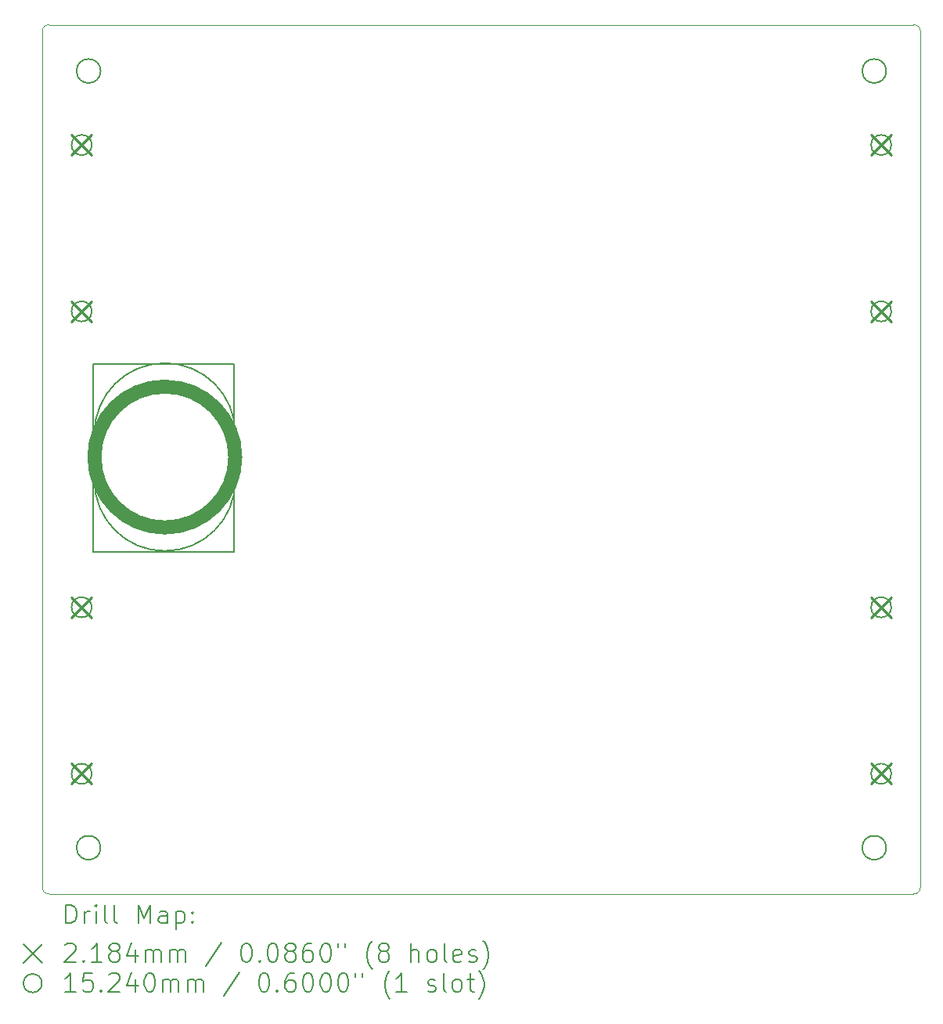
<source format=gbr>
%TF.GenerationSoftware,KiCad,Pcbnew,7.0.6*%
%TF.CreationDate,2023-08-12T11:28:30-04:00*%
%TF.ProjectId,jerrysbottom,6a657272-7973-4626-9f74-746f6d2e6b69,rev?*%
%TF.SameCoordinates,Original*%
%TF.FileFunction,Drillmap*%
%TF.FilePolarity,Positive*%
%FSLAX45Y45*%
G04 Gerber Fmt 4.5, Leading zero omitted, Abs format (unit mm)*
G04 Created by KiCad (PCBNEW 7.0.6) date 2023-08-12 11:28:30*
%MOMM*%
%LPD*%
G01*
G04 APERTURE LIST*
%ADD10C,0.200000*%
%ADD11C,0.100000*%
%ADD12C,0.218440*%
%ADD13C,1.524000*%
G04 APERTURE END LIST*
D10*
X3034220Y-8300000D02*
G75*
G03*
X3034220Y-8300000I-109220J0D01*
G01*
D11*
X11925000Y-7000000D02*
X2575000Y-7000000D01*
D10*
X3130000Y-15900000D02*
G75*
G03*
X3130000Y-15900000I-130000J0D01*
G01*
D11*
X2575000Y-7000000D02*
G75*
G03*
X2500000Y-7075000I-6030J-68970D01*
G01*
D10*
X3034220Y-13300000D02*
G75*
G03*
X3034220Y-13300000I-109220J0D01*
G01*
D11*
X2575000Y-16400000D02*
X11925000Y-16400000D01*
D10*
X11630000Y-7500000D02*
G75*
G03*
X11630000Y-7500000I-130000J0D01*
G01*
X3130000Y-7500000D02*
G75*
G03*
X3130000Y-7500000I-130000J0D01*
G01*
X11684220Y-8300000D02*
G75*
G03*
X11684220Y-8300000I-109220J0D01*
G01*
X3034220Y-15100000D02*
G75*
G03*
X3034220Y-15100000I-109220J0D01*
G01*
D11*
X2500000Y-7075000D02*
X2500000Y-16325000D01*
D10*
X3048000Y-10668000D02*
X4572000Y-10668000D01*
X4572000Y-12700000D01*
X3048000Y-12700000D01*
X3048000Y-10668000D01*
D11*
X11925000Y-16400000D02*
G75*
G03*
X12000000Y-16325000I6030J68970D01*
G01*
D10*
X11630000Y-15900000D02*
G75*
G03*
X11630000Y-15900000I-130000J0D01*
G01*
X3034220Y-10100000D02*
G75*
G03*
X3034220Y-10100000I-109220J0D01*
G01*
D11*
X12000000Y-7075000D02*
G75*
G03*
X11925000Y-7000000I-68970J6030D01*
G01*
X12000000Y-16325000D02*
X12000000Y-7075000D01*
X2500000Y-16325000D02*
G75*
G03*
X2575000Y-16400000I68970J-6030D01*
G01*
D10*
X11684220Y-15100000D02*
G75*
G03*
X11684220Y-15100000I-109220J0D01*
G01*
X11684220Y-10100000D02*
G75*
G03*
X11684220Y-10100000I-109220J0D01*
G01*
X11684220Y-13300000D02*
G75*
G03*
X11684220Y-13300000I-109220J0D01*
G01*
D12*
X2815780Y-8190780D02*
X3034220Y-8409220D01*
X3034220Y-8190780D02*
X2815780Y-8409220D01*
X2815780Y-9990780D02*
X3034220Y-10209220D01*
X3034220Y-9990780D02*
X2815780Y-10209220D01*
X2815780Y-13190780D02*
X3034220Y-13409220D01*
X3034220Y-13190780D02*
X2815780Y-13409220D01*
X2815780Y-14990780D02*
X3034220Y-15209220D01*
X3034220Y-14990780D02*
X2815780Y-15209220D01*
X11465780Y-8190780D02*
X11684220Y-8409220D01*
X11684220Y-8190780D02*
X11465780Y-8409220D01*
X11465780Y-9990780D02*
X11684220Y-10209220D01*
X11684220Y-9990780D02*
X11465780Y-10209220D01*
X11465780Y-13190780D02*
X11684220Y-13409220D01*
X11684220Y-13190780D02*
X11465780Y-13409220D01*
X11465780Y-14990780D02*
X11684220Y-15209220D01*
X11684220Y-14990780D02*
X11465780Y-15209220D01*
D13*
X4587000Y-11675000D02*
G75*
G03*
X4587000Y-11675000I-762000J0D01*
G01*
D10*
X3063000Y-11421000D02*
X3063000Y-11929000D01*
X3063000Y-11929000D02*
G75*
G03*
X4587000Y-11929000I762000J0D01*
G01*
X4587000Y-11929000D02*
X4587000Y-11421000D01*
X4587000Y-11421000D02*
G75*
G03*
X3063000Y-11421000I-762000J0D01*
G01*
X2755514Y-16716747D02*
X2755514Y-16516747D01*
X2755514Y-16516747D02*
X2803133Y-16516747D01*
X2803133Y-16516747D02*
X2831704Y-16526271D01*
X2831704Y-16526271D02*
X2850752Y-16545318D01*
X2850752Y-16545318D02*
X2860276Y-16564366D01*
X2860276Y-16564366D02*
X2869799Y-16602461D01*
X2869799Y-16602461D02*
X2869799Y-16631033D01*
X2869799Y-16631033D02*
X2860276Y-16669128D01*
X2860276Y-16669128D02*
X2850752Y-16688175D01*
X2850752Y-16688175D02*
X2831704Y-16707223D01*
X2831704Y-16707223D02*
X2803133Y-16716747D01*
X2803133Y-16716747D02*
X2755514Y-16716747D01*
X2955514Y-16716747D02*
X2955514Y-16583413D01*
X2955514Y-16621509D02*
X2965037Y-16602461D01*
X2965037Y-16602461D02*
X2974561Y-16592937D01*
X2974561Y-16592937D02*
X2993609Y-16583413D01*
X2993609Y-16583413D02*
X3012657Y-16583413D01*
X3079323Y-16716747D02*
X3079323Y-16583413D01*
X3079323Y-16516747D02*
X3069799Y-16526271D01*
X3069799Y-16526271D02*
X3079323Y-16535794D01*
X3079323Y-16535794D02*
X3088847Y-16526271D01*
X3088847Y-16526271D02*
X3079323Y-16516747D01*
X3079323Y-16516747D02*
X3079323Y-16535794D01*
X3203133Y-16716747D02*
X3184085Y-16707223D01*
X3184085Y-16707223D02*
X3174561Y-16688175D01*
X3174561Y-16688175D02*
X3174561Y-16516747D01*
X3307895Y-16716747D02*
X3288847Y-16707223D01*
X3288847Y-16707223D02*
X3279323Y-16688175D01*
X3279323Y-16688175D02*
X3279323Y-16516747D01*
X3536466Y-16716747D02*
X3536466Y-16516747D01*
X3536466Y-16516747D02*
X3603133Y-16659604D01*
X3603133Y-16659604D02*
X3669799Y-16516747D01*
X3669799Y-16516747D02*
X3669799Y-16716747D01*
X3850752Y-16716747D02*
X3850752Y-16611985D01*
X3850752Y-16611985D02*
X3841228Y-16592937D01*
X3841228Y-16592937D02*
X3822180Y-16583413D01*
X3822180Y-16583413D02*
X3784085Y-16583413D01*
X3784085Y-16583413D02*
X3765037Y-16592937D01*
X3850752Y-16707223D02*
X3831704Y-16716747D01*
X3831704Y-16716747D02*
X3784085Y-16716747D01*
X3784085Y-16716747D02*
X3765037Y-16707223D01*
X3765037Y-16707223D02*
X3755514Y-16688175D01*
X3755514Y-16688175D02*
X3755514Y-16669128D01*
X3755514Y-16669128D02*
X3765037Y-16650080D01*
X3765037Y-16650080D02*
X3784085Y-16640556D01*
X3784085Y-16640556D02*
X3831704Y-16640556D01*
X3831704Y-16640556D02*
X3850752Y-16631033D01*
X3945990Y-16583413D02*
X3945990Y-16783414D01*
X3945990Y-16592937D02*
X3965037Y-16583413D01*
X3965037Y-16583413D02*
X4003133Y-16583413D01*
X4003133Y-16583413D02*
X4022180Y-16592937D01*
X4022180Y-16592937D02*
X4031704Y-16602461D01*
X4031704Y-16602461D02*
X4041228Y-16621509D01*
X4041228Y-16621509D02*
X4041228Y-16678652D01*
X4041228Y-16678652D02*
X4031704Y-16697699D01*
X4031704Y-16697699D02*
X4022180Y-16707223D01*
X4022180Y-16707223D02*
X4003133Y-16716747D01*
X4003133Y-16716747D02*
X3965037Y-16716747D01*
X3965037Y-16716747D02*
X3945990Y-16707223D01*
X4126942Y-16697699D02*
X4136466Y-16707223D01*
X4136466Y-16707223D02*
X4126942Y-16716747D01*
X4126942Y-16716747D02*
X4117418Y-16707223D01*
X4117418Y-16707223D02*
X4126942Y-16697699D01*
X4126942Y-16697699D02*
X4126942Y-16716747D01*
X4126942Y-16592937D02*
X4136466Y-16602461D01*
X4136466Y-16602461D02*
X4126942Y-16611985D01*
X4126942Y-16611985D02*
X4117418Y-16602461D01*
X4117418Y-16602461D02*
X4126942Y-16592937D01*
X4126942Y-16592937D02*
X4126942Y-16611985D01*
X2294737Y-16945263D02*
X2494737Y-17145263D01*
X2494737Y-16945263D02*
X2294737Y-17145263D01*
X2745990Y-16955795D02*
X2755514Y-16946271D01*
X2755514Y-16946271D02*
X2774561Y-16936747D01*
X2774561Y-16936747D02*
X2822180Y-16936747D01*
X2822180Y-16936747D02*
X2841228Y-16946271D01*
X2841228Y-16946271D02*
X2850752Y-16955795D01*
X2850752Y-16955795D02*
X2860276Y-16974842D01*
X2860276Y-16974842D02*
X2860276Y-16993890D01*
X2860276Y-16993890D02*
X2850752Y-17022461D01*
X2850752Y-17022461D02*
X2736466Y-17136747D01*
X2736466Y-17136747D02*
X2860276Y-17136747D01*
X2945990Y-17117699D02*
X2955514Y-17127223D01*
X2955514Y-17127223D02*
X2945990Y-17136747D01*
X2945990Y-17136747D02*
X2936466Y-17127223D01*
X2936466Y-17127223D02*
X2945990Y-17117699D01*
X2945990Y-17117699D02*
X2945990Y-17136747D01*
X3145990Y-17136747D02*
X3031704Y-17136747D01*
X3088847Y-17136747D02*
X3088847Y-16936747D01*
X3088847Y-16936747D02*
X3069799Y-16965318D01*
X3069799Y-16965318D02*
X3050752Y-16984366D01*
X3050752Y-16984366D02*
X3031704Y-16993890D01*
X3260276Y-17022461D02*
X3241228Y-17012937D01*
X3241228Y-17012937D02*
X3231704Y-17003414D01*
X3231704Y-17003414D02*
X3222180Y-16984366D01*
X3222180Y-16984366D02*
X3222180Y-16974842D01*
X3222180Y-16974842D02*
X3231704Y-16955795D01*
X3231704Y-16955795D02*
X3241228Y-16946271D01*
X3241228Y-16946271D02*
X3260276Y-16936747D01*
X3260276Y-16936747D02*
X3298371Y-16936747D01*
X3298371Y-16936747D02*
X3317418Y-16946271D01*
X3317418Y-16946271D02*
X3326942Y-16955795D01*
X3326942Y-16955795D02*
X3336466Y-16974842D01*
X3336466Y-16974842D02*
X3336466Y-16984366D01*
X3336466Y-16984366D02*
X3326942Y-17003414D01*
X3326942Y-17003414D02*
X3317418Y-17012937D01*
X3317418Y-17012937D02*
X3298371Y-17022461D01*
X3298371Y-17022461D02*
X3260276Y-17022461D01*
X3260276Y-17022461D02*
X3241228Y-17031985D01*
X3241228Y-17031985D02*
X3231704Y-17041509D01*
X3231704Y-17041509D02*
X3222180Y-17060556D01*
X3222180Y-17060556D02*
X3222180Y-17098652D01*
X3222180Y-17098652D02*
X3231704Y-17117699D01*
X3231704Y-17117699D02*
X3241228Y-17127223D01*
X3241228Y-17127223D02*
X3260276Y-17136747D01*
X3260276Y-17136747D02*
X3298371Y-17136747D01*
X3298371Y-17136747D02*
X3317418Y-17127223D01*
X3317418Y-17127223D02*
X3326942Y-17117699D01*
X3326942Y-17117699D02*
X3336466Y-17098652D01*
X3336466Y-17098652D02*
X3336466Y-17060556D01*
X3336466Y-17060556D02*
X3326942Y-17041509D01*
X3326942Y-17041509D02*
X3317418Y-17031985D01*
X3317418Y-17031985D02*
X3298371Y-17022461D01*
X3507895Y-17003414D02*
X3507895Y-17136747D01*
X3460276Y-16927223D02*
X3412657Y-17070080D01*
X3412657Y-17070080D02*
X3536466Y-17070080D01*
X3612657Y-17136747D02*
X3612657Y-17003414D01*
X3612657Y-17022461D02*
X3622180Y-17012937D01*
X3622180Y-17012937D02*
X3641228Y-17003414D01*
X3641228Y-17003414D02*
X3669799Y-17003414D01*
X3669799Y-17003414D02*
X3688847Y-17012937D01*
X3688847Y-17012937D02*
X3698371Y-17031985D01*
X3698371Y-17031985D02*
X3698371Y-17136747D01*
X3698371Y-17031985D02*
X3707895Y-17012937D01*
X3707895Y-17012937D02*
X3726942Y-17003414D01*
X3726942Y-17003414D02*
X3755514Y-17003414D01*
X3755514Y-17003414D02*
X3774561Y-17012937D01*
X3774561Y-17012937D02*
X3784085Y-17031985D01*
X3784085Y-17031985D02*
X3784085Y-17136747D01*
X3879323Y-17136747D02*
X3879323Y-17003414D01*
X3879323Y-17022461D02*
X3888847Y-17012937D01*
X3888847Y-17012937D02*
X3907895Y-17003414D01*
X3907895Y-17003414D02*
X3936466Y-17003414D01*
X3936466Y-17003414D02*
X3955514Y-17012937D01*
X3955514Y-17012937D02*
X3965038Y-17031985D01*
X3965038Y-17031985D02*
X3965038Y-17136747D01*
X3965038Y-17031985D02*
X3974561Y-17012937D01*
X3974561Y-17012937D02*
X3993609Y-17003414D01*
X3993609Y-17003414D02*
X4022180Y-17003414D01*
X4022180Y-17003414D02*
X4041228Y-17012937D01*
X4041228Y-17012937D02*
X4050752Y-17031985D01*
X4050752Y-17031985D02*
X4050752Y-17136747D01*
X4441228Y-16927223D02*
X4269800Y-17184366D01*
X4698371Y-16936747D02*
X4717419Y-16936747D01*
X4717419Y-16936747D02*
X4736466Y-16946271D01*
X4736466Y-16946271D02*
X4745990Y-16955795D01*
X4745990Y-16955795D02*
X4755514Y-16974842D01*
X4755514Y-16974842D02*
X4765038Y-17012937D01*
X4765038Y-17012937D02*
X4765038Y-17060556D01*
X4765038Y-17060556D02*
X4755514Y-17098652D01*
X4755514Y-17098652D02*
X4745990Y-17117699D01*
X4745990Y-17117699D02*
X4736466Y-17127223D01*
X4736466Y-17127223D02*
X4717419Y-17136747D01*
X4717419Y-17136747D02*
X4698371Y-17136747D01*
X4698371Y-17136747D02*
X4679323Y-17127223D01*
X4679323Y-17127223D02*
X4669800Y-17117699D01*
X4669800Y-17117699D02*
X4660276Y-17098652D01*
X4660276Y-17098652D02*
X4650752Y-17060556D01*
X4650752Y-17060556D02*
X4650752Y-17012937D01*
X4650752Y-17012937D02*
X4660276Y-16974842D01*
X4660276Y-16974842D02*
X4669800Y-16955795D01*
X4669800Y-16955795D02*
X4679323Y-16946271D01*
X4679323Y-16946271D02*
X4698371Y-16936747D01*
X4850752Y-17117699D02*
X4860276Y-17127223D01*
X4860276Y-17127223D02*
X4850752Y-17136747D01*
X4850752Y-17136747D02*
X4841228Y-17127223D01*
X4841228Y-17127223D02*
X4850752Y-17117699D01*
X4850752Y-17117699D02*
X4850752Y-17136747D01*
X4984085Y-16936747D02*
X5003133Y-16936747D01*
X5003133Y-16936747D02*
X5022181Y-16946271D01*
X5022181Y-16946271D02*
X5031704Y-16955795D01*
X5031704Y-16955795D02*
X5041228Y-16974842D01*
X5041228Y-16974842D02*
X5050752Y-17012937D01*
X5050752Y-17012937D02*
X5050752Y-17060556D01*
X5050752Y-17060556D02*
X5041228Y-17098652D01*
X5041228Y-17098652D02*
X5031704Y-17117699D01*
X5031704Y-17117699D02*
X5022181Y-17127223D01*
X5022181Y-17127223D02*
X5003133Y-17136747D01*
X5003133Y-17136747D02*
X4984085Y-17136747D01*
X4984085Y-17136747D02*
X4965038Y-17127223D01*
X4965038Y-17127223D02*
X4955514Y-17117699D01*
X4955514Y-17117699D02*
X4945990Y-17098652D01*
X4945990Y-17098652D02*
X4936466Y-17060556D01*
X4936466Y-17060556D02*
X4936466Y-17012937D01*
X4936466Y-17012937D02*
X4945990Y-16974842D01*
X4945990Y-16974842D02*
X4955514Y-16955795D01*
X4955514Y-16955795D02*
X4965038Y-16946271D01*
X4965038Y-16946271D02*
X4984085Y-16936747D01*
X5165038Y-17022461D02*
X5145990Y-17012937D01*
X5145990Y-17012937D02*
X5136466Y-17003414D01*
X5136466Y-17003414D02*
X5126943Y-16984366D01*
X5126943Y-16984366D02*
X5126943Y-16974842D01*
X5126943Y-16974842D02*
X5136466Y-16955795D01*
X5136466Y-16955795D02*
X5145990Y-16946271D01*
X5145990Y-16946271D02*
X5165038Y-16936747D01*
X5165038Y-16936747D02*
X5203133Y-16936747D01*
X5203133Y-16936747D02*
X5222181Y-16946271D01*
X5222181Y-16946271D02*
X5231704Y-16955795D01*
X5231704Y-16955795D02*
X5241228Y-16974842D01*
X5241228Y-16974842D02*
X5241228Y-16984366D01*
X5241228Y-16984366D02*
X5231704Y-17003414D01*
X5231704Y-17003414D02*
X5222181Y-17012937D01*
X5222181Y-17012937D02*
X5203133Y-17022461D01*
X5203133Y-17022461D02*
X5165038Y-17022461D01*
X5165038Y-17022461D02*
X5145990Y-17031985D01*
X5145990Y-17031985D02*
X5136466Y-17041509D01*
X5136466Y-17041509D02*
X5126943Y-17060556D01*
X5126943Y-17060556D02*
X5126943Y-17098652D01*
X5126943Y-17098652D02*
X5136466Y-17117699D01*
X5136466Y-17117699D02*
X5145990Y-17127223D01*
X5145990Y-17127223D02*
X5165038Y-17136747D01*
X5165038Y-17136747D02*
X5203133Y-17136747D01*
X5203133Y-17136747D02*
X5222181Y-17127223D01*
X5222181Y-17127223D02*
X5231704Y-17117699D01*
X5231704Y-17117699D02*
X5241228Y-17098652D01*
X5241228Y-17098652D02*
X5241228Y-17060556D01*
X5241228Y-17060556D02*
X5231704Y-17041509D01*
X5231704Y-17041509D02*
X5222181Y-17031985D01*
X5222181Y-17031985D02*
X5203133Y-17022461D01*
X5412657Y-16936747D02*
X5374562Y-16936747D01*
X5374562Y-16936747D02*
X5355514Y-16946271D01*
X5355514Y-16946271D02*
X5345990Y-16955795D01*
X5345990Y-16955795D02*
X5326943Y-16984366D01*
X5326943Y-16984366D02*
X5317419Y-17022461D01*
X5317419Y-17022461D02*
X5317419Y-17098652D01*
X5317419Y-17098652D02*
X5326943Y-17117699D01*
X5326943Y-17117699D02*
X5336466Y-17127223D01*
X5336466Y-17127223D02*
X5355514Y-17136747D01*
X5355514Y-17136747D02*
X5393609Y-17136747D01*
X5393609Y-17136747D02*
X5412657Y-17127223D01*
X5412657Y-17127223D02*
X5422181Y-17117699D01*
X5422181Y-17117699D02*
X5431704Y-17098652D01*
X5431704Y-17098652D02*
X5431704Y-17051033D01*
X5431704Y-17051033D02*
X5422181Y-17031985D01*
X5422181Y-17031985D02*
X5412657Y-17022461D01*
X5412657Y-17022461D02*
X5393609Y-17012937D01*
X5393609Y-17012937D02*
X5355514Y-17012937D01*
X5355514Y-17012937D02*
X5336466Y-17022461D01*
X5336466Y-17022461D02*
X5326943Y-17031985D01*
X5326943Y-17031985D02*
X5317419Y-17051033D01*
X5555514Y-16936747D02*
X5574562Y-16936747D01*
X5574562Y-16936747D02*
X5593609Y-16946271D01*
X5593609Y-16946271D02*
X5603133Y-16955795D01*
X5603133Y-16955795D02*
X5612657Y-16974842D01*
X5612657Y-16974842D02*
X5622181Y-17012937D01*
X5622181Y-17012937D02*
X5622181Y-17060556D01*
X5622181Y-17060556D02*
X5612657Y-17098652D01*
X5612657Y-17098652D02*
X5603133Y-17117699D01*
X5603133Y-17117699D02*
X5593609Y-17127223D01*
X5593609Y-17127223D02*
X5574562Y-17136747D01*
X5574562Y-17136747D02*
X5555514Y-17136747D01*
X5555514Y-17136747D02*
X5536466Y-17127223D01*
X5536466Y-17127223D02*
X5526943Y-17117699D01*
X5526943Y-17117699D02*
X5517419Y-17098652D01*
X5517419Y-17098652D02*
X5507895Y-17060556D01*
X5507895Y-17060556D02*
X5507895Y-17012937D01*
X5507895Y-17012937D02*
X5517419Y-16974842D01*
X5517419Y-16974842D02*
X5526943Y-16955795D01*
X5526943Y-16955795D02*
X5536466Y-16946271D01*
X5536466Y-16946271D02*
X5555514Y-16936747D01*
X5698371Y-16936747D02*
X5698371Y-16974842D01*
X5774562Y-16936747D02*
X5774562Y-16974842D01*
X6069800Y-17212937D02*
X6060276Y-17203414D01*
X6060276Y-17203414D02*
X6041228Y-17174842D01*
X6041228Y-17174842D02*
X6031704Y-17155795D01*
X6031704Y-17155795D02*
X6022181Y-17127223D01*
X6022181Y-17127223D02*
X6012657Y-17079604D01*
X6012657Y-17079604D02*
X6012657Y-17041509D01*
X6012657Y-17041509D02*
X6022181Y-16993890D01*
X6022181Y-16993890D02*
X6031704Y-16965318D01*
X6031704Y-16965318D02*
X6041228Y-16946271D01*
X6041228Y-16946271D02*
X6060276Y-16917699D01*
X6060276Y-16917699D02*
X6069800Y-16908175D01*
X6174562Y-17022461D02*
X6155514Y-17012937D01*
X6155514Y-17012937D02*
X6145990Y-17003414D01*
X6145990Y-17003414D02*
X6136466Y-16984366D01*
X6136466Y-16984366D02*
X6136466Y-16974842D01*
X6136466Y-16974842D02*
X6145990Y-16955795D01*
X6145990Y-16955795D02*
X6155514Y-16946271D01*
X6155514Y-16946271D02*
X6174562Y-16936747D01*
X6174562Y-16936747D02*
X6212657Y-16936747D01*
X6212657Y-16936747D02*
X6231704Y-16946271D01*
X6231704Y-16946271D02*
X6241228Y-16955795D01*
X6241228Y-16955795D02*
X6250752Y-16974842D01*
X6250752Y-16974842D02*
X6250752Y-16984366D01*
X6250752Y-16984366D02*
X6241228Y-17003414D01*
X6241228Y-17003414D02*
X6231704Y-17012937D01*
X6231704Y-17012937D02*
X6212657Y-17022461D01*
X6212657Y-17022461D02*
X6174562Y-17022461D01*
X6174562Y-17022461D02*
X6155514Y-17031985D01*
X6155514Y-17031985D02*
X6145990Y-17041509D01*
X6145990Y-17041509D02*
X6136466Y-17060556D01*
X6136466Y-17060556D02*
X6136466Y-17098652D01*
X6136466Y-17098652D02*
X6145990Y-17117699D01*
X6145990Y-17117699D02*
X6155514Y-17127223D01*
X6155514Y-17127223D02*
X6174562Y-17136747D01*
X6174562Y-17136747D02*
X6212657Y-17136747D01*
X6212657Y-17136747D02*
X6231704Y-17127223D01*
X6231704Y-17127223D02*
X6241228Y-17117699D01*
X6241228Y-17117699D02*
X6250752Y-17098652D01*
X6250752Y-17098652D02*
X6250752Y-17060556D01*
X6250752Y-17060556D02*
X6241228Y-17041509D01*
X6241228Y-17041509D02*
X6231704Y-17031985D01*
X6231704Y-17031985D02*
X6212657Y-17022461D01*
X6488847Y-17136747D02*
X6488847Y-16936747D01*
X6574562Y-17136747D02*
X6574562Y-17031985D01*
X6574562Y-17031985D02*
X6565038Y-17012937D01*
X6565038Y-17012937D02*
X6545990Y-17003414D01*
X6545990Y-17003414D02*
X6517419Y-17003414D01*
X6517419Y-17003414D02*
X6498371Y-17012937D01*
X6498371Y-17012937D02*
X6488847Y-17022461D01*
X6698371Y-17136747D02*
X6679324Y-17127223D01*
X6679324Y-17127223D02*
X6669800Y-17117699D01*
X6669800Y-17117699D02*
X6660276Y-17098652D01*
X6660276Y-17098652D02*
X6660276Y-17041509D01*
X6660276Y-17041509D02*
X6669800Y-17022461D01*
X6669800Y-17022461D02*
X6679324Y-17012937D01*
X6679324Y-17012937D02*
X6698371Y-17003414D01*
X6698371Y-17003414D02*
X6726943Y-17003414D01*
X6726943Y-17003414D02*
X6745990Y-17012937D01*
X6745990Y-17012937D02*
X6755514Y-17022461D01*
X6755514Y-17022461D02*
X6765038Y-17041509D01*
X6765038Y-17041509D02*
X6765038Y-17098652D01*
X6765038Y-17098652D02*
X6755514Y-17117699D01*
X6755514Y-17117699D02*
X6745990Y-17127223D01*
X6745990Y-17127223D02*
X6726943Y-17136747D01*
X6726943Y-17136747D02*
X6698371Y-17136747D01*
X6879324Y-17136747D02*
X6860276Y-17127223D01*
X6860276Y-17127223D02*
X6850752Y-17108175D01*
X6850752Y-17108175D02*
X6850752Y-16936747D01*
X7031705Y-17127223D02*
X7012657Y-17136747D01*
X7012657Y-17136747D02*
X6974562Y-17136747D01*
X6974562Y-17136747D02*
X6955514Y-17127223D01*
X6955514Y-17127223D02*
X6945990Y-17108175D01*
X6945990Y-17108175D02*
X6945990Y-17031985D01*
X6945990Y-17031985D02*
X6955514Y-17012937D01*
X6955514Y-17012937D02*
X6974562Y-17003414D01*
X6974562Y-17003414D02*
X7012657Y-17003414D01*
X7012657Y-17003414D02*
X7031705Y-17012937D01*
X7031705Y-17012937D02*
X7041228Y-17031985D01*
X7041228Y-17031985D02*
X7041228Y-17051033D01*
X7041228Y-17051033D02*
X6945990Y-17070080D01*
X7117419Y-17127223D02*
X7136466Y-17136747D01*
X7136466Y-17136747D02*
X7174562Y-17136747D01*
X7174562Y-17136747D02*
X7193609Y-17127223D01*
X7193609Y-17127223D02*
X7203133Y-17108175D01*
X7203133Y-17108175D02*
X7203133Y-17098652D01*
X7203133Y-17098652D02*
X7193609Y-17079604D01*
X7193609Y-17079604D02*
X7174562Y-17070080D01*
X7174562Y-17070080D02*
X7145990Y-17070080D01*
X7145990Y-17070080D02*
X7126943Y-17060556D01*
X7126943Y-17060556D02*
X7117419Y-17041509D01*
X7117419Y-17041509D02*
X7117419Y-17031985D01*
X7117419Y-17031985D02*
X7126943Y-17012937D01*
X7126943Y-17012937D02*
X7145990Y-17003414D01*
X7145990Y-17003414D02*
X7174562Y-17003414D01*
X7174562Y-17003414D02*
X7193609Y-17012937D01*
X7269800Y-17212937D02*
X7279324Y-17203414D01*
X7279324Y-17203414D02*
X7298371Y-17174842D01*
X7298371Y-17174842D02*
X7307895Y-17155795D01*
X7307895Y-17155795D02*
X7317419Y-17127223D01*
X7317419Y-17127223D02*
X7326943Y-17079604D01*
X7326943Y-17079604D02*
X7326943Y-17041509D01*
X7326943Y-17041509D02*
X7317419Y-16993890D01*
X7317419Y-16993890D02*
X7307895Y-16965318D01*
X7307895Y-16965318D02*
X7298371Y-16946271D01*
X7298371Y-16946271D02*
X7279324Y-16917699D01*
X7279324Y-16917699D02*
X7269800Y-16908175D01*
X2494737Y-17365263D02*
G75*
G03*
X2494737Y-17365263I-100000J0D01*
G01*
X2860276Y-17456747D02*
X2745990Y-17456747D01*
X2803133Y-17456747D02*
X2803133Y-17256747D01*
X2803133Y-17256747D02*
X2784085Y-17285318D01*
X2784085Y-17285318D02*
X2765038Y-17304366D01*
X2765038Y-17304366D02*
X2745990Y-17313890D01*
X3041228Y-17256747D02*
X2945990Y-17256747D01*
X2945990Y-17256747D02*
X2936466Y-17351985D01*
X2936466Y-17351985D02*
X2945990Y-17342461D01*
X2945990Y-17342461D02*
X2965037Y-17332937D01*
X2965037Y-17332937D02*
X3012657Y-17332937D01*
X3012657Y-17332937D02*
X3031704Y-17342461D01*
X3031704Y-17342461D02*
X3041228Y-17351985D01*
X3041228Y-17351985D02*
X3050752Y-17371033D01*
X3050752Y-17371033D02*
X3050752Y-17418652D01*
X3050752Y-17418652D02*
X3041228Y-17437699D01*
X3041228Y-17437699D02*
X3031704Y-17447223D01*
X3031704Y-17447223D02*
X3012657Y-17456747D01*
X3012657Y-17456747D02*
X2965037Y-17456747D01*
X2965037Y-17456747D02*
X2945990Y-17447223D01*
X2945990Y-17447223D02*
X2936466Y-17437699D01*
X3136466Y-17437699D02*
X3145990Y-17447223D01*
X3145990Y-17447223D02*
X3136466Y-17456747D01*
X3136466Y-17456747D02*
X3126942Y-17447223D01*
X3126942Y-17447223D02*
X3136466Y-17437699D01*
X3136466Y-17437699D02*
X3136466Y-17456747D01*
X3222180Y-17275795D02*
X3231704Y-17266271D01*
X3231704Y-17266271D02*
X3250752Y-17256747D01*
X3250752Y-17256747D02*
X3298371Y-17256747D01*
X3298371Y-17256747D02*
X3317418Y-17266271D01*
X3317418Y-17266271D02*
X3326942Y-17275795D01*
X3326942Y-17275795D02*
X3336466Y-17294842D01*
X3336466Y-17294842D02*
X3336466Y-17313890D01*
X3336466Y-17313890D02*
X3326942Y-17342461D01*
X3326942Y-17342461D02*
X3212657Y-17456747D01*
X3212657Y-17456747D02*
X3336466Y-17456747D01*
X3507895Y-17323414D02*
X3507895Y-17456747D01*
X3460276Y-17247223D02*
X3412657Y-17390080D01*
X3412657Y-17390080D02*
X3536466Y-17390080D01*
X3650752Y-17256747D02*
X3669799Y-17256747D01*
X3669799Y-17256747D02*
X3688847Y-17266271D01*
X3688847Y-17266271D02*
X3698371Y-17275795D01*
X3698371Y-17275795D02*
X3707895Y-17294842D01*
X3707895Y-17294842D02*
X3717418Y-17332937D01*
X3717418Y-17332937D02*
X3717418Y-17380556D01*
X3717418Y-17380556D02*
X3707895Y-17418652D01*
X3707895Y-17418652D02*
X3698371Y-17437699D01*
X3698371Y-17437699D02*
X3688847Y-17447223D01*
X3688847Y-17447223D02*
X3669799Y-17456747D01*
X3669799Y-17456747D02*
X3650752Y-17456747D01*
X3650752Y-17456747D02*
X3631704Y-17447223D01*
X3631704Y-17447223D02*
X3622180Y-17437699D01*
X3622180Y-17437699D02*
X3612657Y-17418652D01*
X3612657Y-17418652D02*
X3603133Y-17380556D01*
X3603133Y-17380556D02*
X3603133Y-17332937D01*
X3603133Y-17332937D02*
X3612657Y-17294842D01*
X3612657Y-17294842D02*
X3622180Y-17275795D01*
X3622180Y-17275795D02*
X3631704Y-17266271D01*
X3631704Y-17266271D02*
X3650752Y-17256747D01*
X3803133Y-17456747D02*
X3803133Y-17323414D01*
X3803133Y-17342461D02*
X3812657Y-17332937D01*
X3812657Y-17332937D02*
X3831704Y-17323414D01*
X3831704Y-17323414D02*
X3860276Y-17323414D01*
X3860276Y-17323414D02*
X3879323Y-17332937D01*
X3879323Y-17332937D02*
X3888847Y-17351985D01*
X3888847Y-17351985D02*
X3888847Y-17456747D01*
X3888847Y-17351985D02*
X3898371Y-17332937D01*
X3898371Y-17332937D02*
X3917418Y-17323414D01*
X3917418Y-17323414D02*
X3945990Y-17323414D01*
X3945990Y-17323414D02*
X3965038Y-17332937D01*
X3965038Y-17332937D02*
X3974561Y-17351985D01*
X3974561Y-17351985D02*
X3974561Y-17456747D01*
X4069799Y-17456747D02*
X4069799Y-17323414D01*
X4069799Y-17342461D02*
X4079323Y-17332937D01*
X4079323Y-17332937D02*
X4098371Y-17323414D01*
X4098371Y-17323414D02*
X4126942Y-17323414D01*
X4126942Y-17323414D02*
X4145990Y-17332937D01*
X4145990Y-17332937D02*
X4155514Y-17351985D01*
X4155514Y-17351985D02*
X4155514Y-17456747D01*
X4155514Y-17351985D02*
X4165038Y-17332937D01*
X4165038Y-17332937D02*
X4184085Y-17323414D01*
X4184085Y-17323414D02*
X4212657Y-17323414D01*
X4212657Y-17323414D02*
X4231704Y-17332937D01*
X4231704Y-17332937D02*
X4241228Y-17351985D01*
X4241228Y-17351985D02*
X4241228Y-17456747D01*
X4631704Y-17247223D02*
X4460276Y-17504366D01*
X4888847Y-17256747D02*
X4907895Y-17256747D01*
X4907895Y-17256747D02*
X4926943Y-17266271D01*
X4926943Y-17266271D02*
X4936466Y-17275795D01*
X4936466Y-17275795D02*
X4945990Y-17294842D01*
X4945990Y-17294842D02*
X4955514Y-17332937D01*
X4955514Y-17332937D02*
X4955514Y-17380556D01*
X4955514Y-17380556D02*
X4945990Y-17418652D01*
X4945990Y-17418652D02*
X4936466Y-17437699D01*
X4936466Y-17437699D02*
X4926943Y-17447223D01*
X4926943Y-17447223D02*
X4907895Y-17456747D01*
X4907895Y-17456747D02*
X4888847Y-17456747D01*
X4888847Y-17456747D02*
X4869800Y-17447223D01*
X4869800Y-17447223D02*
X4860276Y-17437699D01*
X4860276Y-17437699D02*
X4850752Y-17418652D01*
X4850752Y-17418652D02*
X4841228Y-17380556D01*
X4841228Y-17380556D02*
X4841228Y-17332937D01*
X4841228Y-17332937D02*
X4850752Y-17294842D01*
X4850752Y-17294842D02*
X4860276Y-17275795D01*
X4860276Y-17275795D02*
X4869800Y-17266271D01*
X4869800Y-17266271D02*
X4888847Y-17256747D01*
X5041228Y-17437699D02*
X5050752Y-17447223D01*
X5050752Y-17447223D02*
X5041228Y-17456747D01*
X5041228Y-17456747D02*
X5031704Y-17447223D01*
X5031704Y-17447223D02*
X5041228Y-17437699D01*
X5041228Y-17437699D02*
X5041228Y-17456747D01*
X5222181Y-17256747D02*
X5184085Y-17256747D01*
X5184085Y-17256747D02*
X5165038Y-17266271D01*
X5165038Y-17266271D02*
X5155514Y-17275795D01*
X5155514Y-17275795D02*
X5136466Y-17304366D01*
X5136466Y-17304366D02*
X5126943Y-17342461D01*
X5126943Y-17342461D02*
X5126943Y-17418652D01*
X5126943Y-17418652D02*
X5136466Y-17437699D01*
X5136466Y-17437699D02*
X5145990Y-17447223D01*
X5145990Y-17447223D02*
X5165038Y-17456747D01*
X5165038Y-17456747D02*
X5203133Y-17456747D01*
X5203133Y-17456747D02*
X5222181Y-17447223D01*
X5222181Y-17447223D02*
X5231704Y-17437699D01*
X5231704Y-17437699D02*
X5241228Y-17418652D01*
X5241228Y-17418652D02*
X5241228Y-17371033D01*
X5241228Y-17371033D02*
X5231704Y-17351985D01*
X5231704Y-17351985D02*
X5222181Y-17342461D01*
X5222181Y-17342461D02*
X5203133Y-17332937D01*
X5203133Y-17332937D02*
X5165038Y-17332937D01*
X5165038Y-17332937D02*
X5145990Y-17342461D01*
X5145990Y-17342461D02*
X5136466Y-17351985D01*
X5136466Y-17351985D02*
X5126943Y-17371033D01*
X5365038Y-17256747D02*
X5384085Y-17256747D01*
X5384085Y-17256747D02*
X5403133Y-17266271D01*
X5403133Y-17266271D02*
X5412657Y-17275795D01*
X5412657Y-17275795D02*
X5422181Y-17294842D01*
X5422181Y-17294842D02*
X5431704Y-17332937D01*
X5431704Y-17332937D02*
X5431704Y-17380556D01*
X5431704Y-17380556D02*
X5422181Y-17418652D01*
X5422181Y-17418652D02*
X5412657Y-17437699D01*
X5412657Y-17437699D02*
X5403133Y-17447223D01*
X5403133Y-17447223D02*
X5384085Y-17456747D01*
X5384085Y-17456747D02*
X5365038Y-17456747D01*
X5365038Y-17456747D02*
X5345990Y-17447223D01*
X5345990Y-17447223D02*
X5336466Y-17437699D01*
X5336466Y-17437699D02*
X5326943Y-17418652D01*
X5326943Y-17418652D02*
X5317419Y-17380556D01*
X5317419Y-17380556D02*
X5317419Y-17332937D01*
X5317419Y-17332937D02*
X5326943Y-17294842D01*
X5326943Y-17294842D02*
X5336466Y-17275795D01*
X5336466Y-17275795D02*
X5345990Y-17266271D01*
X5345990Y-17266271D02*
X5365038Y-17256747D01*
X5555514Y-17256747D02*
X5574562Y-17256747D01*
X5574562Y-17256747D02*
X5593609Y-17266271D01*
X5593609Y-17266271D02*
X5603133Y-17275795D01*
X5603133Y-17275795D02*
X5612657Y-17294842D01*
X5612657Y-17294842D02*
X5622181Y-17332937D01*
X5622181Y-17332937D02*
X5622181Y-17380556D01*
X5622181Y-17380556D02*
X5612657Y-17418652D01*
X5612657Y-17418652D02*
X5603133Y-17437699D01*
X5603133Y-17437699D02*
X5593609Y-17447223D01*
X5593609Y-17447223D02*
X5574562Y-17456747D01*
X5574562Y-17456747D02*
X5555514Y-17456747D01*
X5555514Y-17456747D02*
X5536466Y-17447223D01*
X5536466Y-17447223D02*
X5526943Y-17437699D01*
X5526943Y-17437699D02*
X5517419Y-17418652D01*
X5517419Y-17418652D02*
X5507895Y-17380556D01*
X5507895Y-17380556D02*
X5507895Y-17332937D01*
X5507895Y-17332937D02*
X5517419Y-17294842D01*
X5517419Y-17294842D02*
X5526943Y-17275795D01*
X5526943Y-17275795D02*
X5536466Y-17266271D01*
X5536466Y-17266271D02*
X5555514Y-17256747D01*
X5745990Y-17256747D02*
X5765038Y-17256747D01*
X5765038Y-17256747D02*
X5784085Y-17266271D01*
X5784085Y-17266271D02*
X5793609Y-17275795D01*
X5793609Y-17275795D02*
X5803133Y-17294842D01*
X5803133Y-17294842D02*
X5812657Y-17332937D01*
X5812657Y-17332937D02*
X5812657Y-17380556D01*
X5812657Y-17380556D02*
X5803133Y-17418652D01*
X5803133Y-17418652D02*
X5793609Y-17437699D01*
X5793609Y-17437699D02*
X5784085Y-17447223D01*
X5784085Y-17447223D02*
X5765038Y-17456747D01*
X5765038Y-17456747D02*
X5745990Y-17456747D01*
X5745990Y-17456747D02*
X5726942Y-17447223D01*
X5726942Y-17447223D02*
X5717419Y-17437699D01*
X5717419Y-17437699D02*
X5707895Y-17418652D01*
X5707895Y-17418652D02*
X5698371Y-17380556D01*
X5698371Y-17380556D02*
X5698371Y-17332937D01*
X5698371Y-17332937D02*
X5707895Y-17294842D01*
X5707895Y-17294842D02*
X5717419Y-17275795D01*
X5717419Y-17275795D02*
X5726942Y-17266271D01*
X5726942Y-17266271D02*
X5745990Y-17256747D01*
X5888847Y-17256747D02*
X5888847Y-17294842D01*
X5965038Y-17256747D02*
X5965038Y-17294842D01*
X6260276Y-17532937D02*
X6250752Y-17523414D01*
X6250752Y-17523414D02*
X6231704Y-17494842D01*
X6231704Y-17494842D02*
X6222181Y-17475795D01*
X6222181Y-17475795D02*
X6212657Y-17447223D01*
X6212657Y-17447223D02*
X6203133Y-17399604D01*
X6203133Y-17399604D02*
X6203133Y-17361509D01*
X6203133Y-17361509D02*
X6212657Y-17313890D01*
X6212657Y-17313890D02*
X6222181Y-17285318D01*
X6222181Y-17285318D02*
X6231704Y-17266271D01*
X6231704Y-17266271D02*
X6250752Y-17237699D01*
X6250752Y-17237699D02*
X6260276Y-17228175D01*
X6441228Y-17456747D02*
X6326943Y-17456747D01*
X6384085Y-17456747D02*
X6384085Y-17256747D01*
X6384085Y-17256747D02*
X6365038Y-17285318D01*
X6365038Y-17285318D02*
X6345990Y-17304366D01*
X6345990Y-17304366D02*
X6326943Y-17313890D01*
X6669800Y-17447223D02*
X6688847Y-17456747D01*
X6688847Y-17456747D02*
X6726943Y-17456747D01*
X6726943Y-17456747D02*
X6745990Y-17447223D01*
X6745990Y-17447223D02*
X6755514Y-17428175D01*
X6755514Y-17428175D02*
X6755514Y-17418652D01*
X6755514Y-17418652D02*
X6745990Y-17399604D01*
X6745990Y-17399604D02*
X6726943Y-17390080D01*
X6726943Y-17390080D02*
X6698371Y-17390080D01*
X6698371Y-17390080D02*
X6679324Y-17380556D01*
X6679324Y-17380556D02*
X6669800Y-17361509D01*
X6669800Y-17361509D02*
X6669800Y-17351985D01*
X6669800Y-17351985D02*
X6679324Y-17332937D01*
X6679324Y-17332937D02*
X6698371Y-17323414D01*
X6698371Y-17323414D02*
X6726943Y-17323414D01*
X6726943Y-17323414D02*
X6745990Y-17332937D01*
X6869800Y-17456747D02*
X6850752Y-17447223D01*
X6850752Y-17447223D02*
X6841228Y-17428175D01*
X6841228Y-17428175D02*
X6841228Y-17256747D01*
X6974562Y-17456747D02*
X6955514Y-17447223D01*
X6955514Y-17447223D02*
X6945990Y-17437699D01*
X6945990Y-17437699D02*
X6936466Y-17418652D01*
X6936466Y-17418652D02*
X6936466Y-17361509D01*
X6936466Y-17361509D02*
X6945990Y-17342461D01*
X6945990Y-17342461D02*
X6955514Y-17332937D01*
X6955514Y-17332937D02*
X6974562Y-17323414D01*
X6974562Y-17323414D02*
X7003133Y-17323414D01*
X7003133Y-17323414D02*
X7022181Y-17332937D01*
X7022181Y-17332937D02*
X7031705Y-17342461D01*
X7031705Y-17342461D02*
X7041228Y-17361509D01*
X7041228Y-17361509D02*
X7041228Y-17418652D01*
X7041228Y-17418652D02*
X7031705Y-17437699D01*
X7031705Y-17437699D02*
X7022181Y-17447223D01*
X7022181Y-17447223D02*
X7003133Y-17456747D01*
X7003133Y-17456747D02*
X6974562Y-17456747D01*
X7098371Y-17323414D02*
X7174562Y-17323414D01*
X7126943Y-17256747D02*
X7126943Y-17428175D01*
X7126943Y-17428175D02*
X7136466Y-17447223D01*
X7136466Y-17447223D02*
X7155514Y-17456747D01*
X7155514Y-17456747D02*
X7174562Y-17456747D01*
X7222181Y-17532937D02*
X7231705Y-17523414D01*
X7231705Y-17523414D02*
X7250752Y-17494842D01*
X7250752Y-17494842D02*
X7260276Y-17475795D01*
X7260276Y-17475795D02*
X7269800Y-17447223D01*
X7269800Y-17447223D02*
X7279324Y-17399604D01*
X7279324Y-17399604D02*
X7279324Y-17361509D01*
X7279324Y-17361509D02*
X7269800Y-17313890D01*
X7269800Y-17313890D02*
X7260276Y-17285318D01*
X7260276Y-17285318D02*
X7250752Y-17266271D01*
X7250752Y-17266271D02*
X7231705Y-17237699D01*
X7231705Y-17237699D02*
X7222181Y-17228175D01*
M02*

</source>
